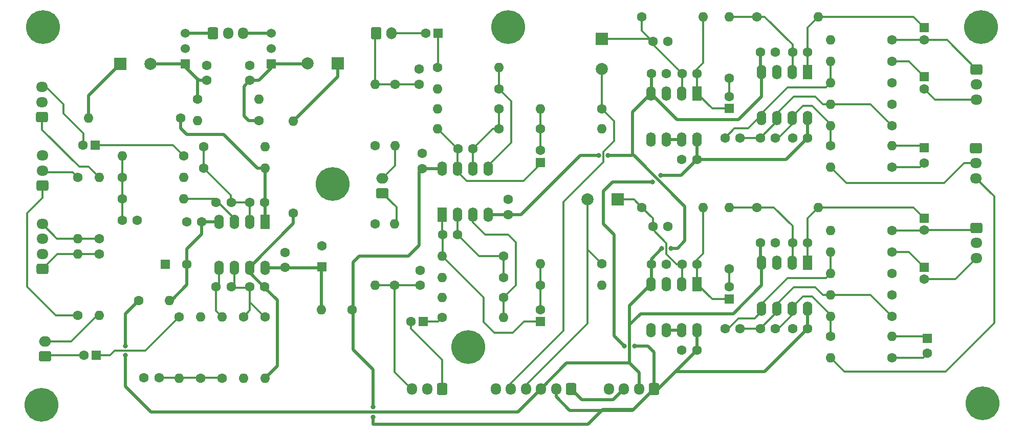
<source format=gbr>
%TF.GenerationSoftware,KiCad,Pcbnew,(6.0.6)*%
%TF.CreationDate,2022-07-24T16:53:50+02:00*%
%TF.ProjectId,emxr,656d7872-2e6b-4696-9361-645f70636258,rev?*%
%TF.SameCoordinates,Original*%
%TF.FileFunction,Copper,L1,Top*%
%TF.FilePolarity,Positive*%
%FSLAX46Y46*%
G04 Gerber Fmt 4.6, Leading zero omitted, Abs format (unit mm)*
G04 Created by KiCad (PCBNEW (6.0.6)) date 2022-07-24 16:53:50*
%MOMM*%
%LPD*%
G01*
G04 APERTURE LIST*
G04 Aperture macros list*
%AMRoundRect*
0 Rectangle with rounded corners*
0 $1 Rounding radius*
0 $2 $3 $4 $5 $6 $7 $8 $9 X,Y pos of 4 corners*
0 Add a 4 corners polygon primitive as box body*
4,1,4,$2,$3,$4,$5,$6,$7,$8,$9,$2,$3,0*
0 Add four circle primitives for the rounded corners*
1,1,$1+$1,$2,$3*
1,1,$1+$1,$4,$5*
1,1,$1+$1,$6,$7*
1,1,$1+$1,$8,$9*
0 Add four rect primitives between the rounded corners*
20,1,$1+$1,$2,$3,$4,$5,0*
20,1,$1+$1,$4,$5,$6,$7,0*
20,1,$1+$1,$6,$7,$8,$9,0*
20,1,$1+$1,$8,$9,$2,$3,0*%
G04 Aperture macros list end*
%TA.AperFunction,ComponentPad*%
%ADD10C,1.600000*%
%TD*%
%TA.AperFunction,ComponentPad*%
%ADD11O,1.600000X1.600000*%
%TD*%
%TA.AperFunction,ComponentPad*%
%ADD12R,1.600000X2.400000*%
%TD*%
%TA.AperFunction,ComponentPad*%
%ADD13O,1.600000X2.400000*%
%TD*%
%TA.AperFunction,ComponentPad*%
%ADD14RoundRect,0.250000X0.725000X-0.600000X0.725000X0.600000X-0.725000X0.600000X-0.725000X-0.600000X0*%
%TD*%
%TA.AperFunction,ComponentPad*%
%ADD15O,1.950000X1.700000*%
%TD*%
%TA.AperFunction,ComponentPad*%
%ADD16R,1.600000X1.600000*%
%TD*%
%TA.AperFunction,ComponentPad*%
%ADD17RoundRect,0.250000X-0.725000X0.600000X-0.725000X-0.600000X0.725000X-0.600000X0.725000X0.600000X0*%
%TD*%
%TA.AperFunction,ComponentPad*%
%ADD18RoundRect,0.250000X0.600000X0.725000X-0.600000X0.725000X-0.600000X-0.725000X0.600000X-0.725000X0*%
%TD*%
%TA.AperFunction,ComponentPad*%
%ADD19O,1.700000X1.950000*%
%TD*%
%TA.AperFunction,ConnectorPad*%
%ADD20C,5.600000*%
%TD*%
%TA.AperFunction,ComponentPad*%
%ADD21C,3.600000*%
%TD*%
%TA.AperFunction,ComponentPad*%
%ADD22R,1.524000X1.524000*%
%TD*%
%TA.AperFunction,ComponentPad*%
%ADD23C,1.524000*%
%TD*%
%TA.AperFunction,ComponentPad*%
%ADD24R,2.000000X2.000000*%
%TD*%
%TA.AperFunction,ComponentPad*%
%ADD25C,2.000000*%
%TD*%
%TA.AperFunction,ComponentPad*%
%ADD26RoundRect,0.250000X-0.600000X-0.750000X0.600000X-0.750000X0.600000X0.750000X-0.600000X0.750000X0*%
%TD*%
%TA.AperFunction,ComponentPad*%
%ADD27O,1.700000X2.000000*%
%TD*%
%TA.AperFunction,ComponentPad*%
%ADD28RoundRect,0.250000X0.750000X-0.600000X0.750000X0.600000X-0.750000X0.600000X-0.750000X-0.600000X0*%
%TD*%
%TA.AperFunction,ComponentPad*%
%ADD29O,2.000000X1.700000*%
%TD*%
%TA.AperFunction,ComponentPad*%
%ADD30RoundRect,0.250000X-0.600000X-0.725000X0.600000X-0.725000X0.600000X0.725000X-0.600000X0.725000X0*%
%TD*%
%TA.AperFunction,ViaPad*%
%ADD31C,0.800000*%
%TD*%
%TA.AperFunction,Conductor*%
%ADD32C,0.300000*%
%TD*%
%TA.AperFunction,Conductor*%
%ADD33C,0.500000*%
%TD*%
G04 APERTURE END LIST*
D10*
%TO.P,R216,1*%
%TO.N,Net-(C207-Pad1)*%
X148580000Y-80274000D03*
D11*
%TO.P,R216,2*%
%TO.N,GND*%
X138420000Y-80274000D03*
%TD*%
D12*
%TO.P,IC201,1*%
%TO.N,Net-(C203-Pad2)*%
X139182000Y-97800000D03*
D13*
%TO.P,IC201,2,-*%
%TO.N,Net-(C203-Pad1)*%
X141722000Y-97800000D03*
%TO.P,IC201,3,+*%
%TO.N,Net-(IC201-Pad3)*%
X144262000Y-97800000D03*
%TO.P,IC201,4,V-*%
%TO.N,-15V*%
X146802000Y-97800000D03*
%TO.P,IC201,5,+*%
%TO.N,Net-(IC201-Pad5)*%
X146802000Y-90180000D03*
%TO.P,IC201,6,-*%
%TO.N,Net-(C207-Pad1)*%
X144262000Y-90180000D03*
%TO.P,IC201,7*%
%TO.N,Net-(C207-Pad2)*%
X141722000Y-90180000D03*
%TO.P,IC201,8,V+*%
%TO.N,+15V*%
X139182000Y-90180000D03*
%TD*%
D10*
%TO.P,R405,1*%
%TO.N,Net-(C411-Pad1)*%
X213604000Y-103943621D03*
D11*
%TO.P,R405,2*%
%TO.N,Net-(C414-Pad1)*%
X203444000Y-103943621D03*
%TD*%
D14*
%TO.P,J105,1,Pin_1*%
%TO.N,Net-(J105-Pad1)*%
X73000000Y-93000000D03*
D15*
%TO.P,J105,2,Pin_2*%
%TO.N,Net-(J105-Pad2)*%
X73000000Y-90500000D03*
%TO.P,J105,3,Pin_3*%
%TO.N,GND*%
X73000000Y-88000000D03*
%TD*%
D16*
%TO.P,C510,1*%
%TO.N,Net-(C506-Pad2)*%
X218938000Y-66812000D03*
D10*
%TO.P,C510,2*%
%TO.N,/Stereo Channel R/POT_FRONT_VOL_L_PRE*%
X218938000Y-68812000D03*
%TD*%
%TO.P,R315,1*%
%TO.N,Net-(C314-Pad2)*%
X108814000Y-82189000D03*
D11*
%TO.P,R315,2*%
%TO.N,GND*%
X98654000Y-82189000D03*
%TD*%
D10*
%TO.P,R401,1*%
%TO.N,Net-(C405-Pad1)*%
X172202000Y-96577621D03*
D11*
%TO.P,R401,2*%
%TO.N,Net-(C405-Pad2)*%
X182362000Y-96577621D03*
%TD*%
D16*
%TO.P,C206,1*%
%TO.N,Net-(C203-Pad2)*%
X155438000Y-115519112D03*
D10*
%TO.P,C206,2*%
%TO.N,Net-(C206-Pad2)*%
X155438000Y-113519112D03*
%TD*%
D17*
%TO.P,J401,1,Pin_1*%
%TO.N,/Stereo Channel L/POT_FRONT_VOL_L_PRE*%
X227564000Y-99969000D03*
D15*
%TO.P,J401,2,Pin_2*%
%TO.N,GND*%
X227564000Y-102469000D03*
%TO.P,J401,3,Pin_3*%
%TO.N,/Stereo Channel L/POT_FRONT_VOL_L_POST*%
X227564000Y-104969000D03*
%TD*%
D10*
%TO.P,C512,1*%
%TO.N,Net-(C505-Pad1)*%
X174000000Y-69098000D03*
%TO.P,C512,2*%
%TO.N,GND*%
X176500000Y-69098000D03*
%TD*%
D16*
%TO.P,C306,1*%
%TO.N,Net-(C306-Pad1)*%
X81725436Y-86250000D03*
D10*
%TO.P,C306,2*%
%TO.N,Net-(C306-Pad2)*%
X79725436Y-86250000D03*
%TD*%
D18*
%TO.P,J103,1,Pin_1*%
%TO.N,PHANTOM_PW*%
X160508000Y-126639000D03*
D19*
%TO.P,J103,2,Pin_2*%
%TO.N,+15V*%
X158008000Y-126639000D03*
%TO.P,J103,3,Pin_3*%
%TO.N,-15V*%
X155508000Y-126639000D03*
%TO.P,J103,4,Pin_4*%
%TO.N,BUS_L*%
X153008000Y-126639000D03*
%TO.P,J103,5,Pin_5*%
%TO.N,BUS_R*%
X150508000Y-126639000D03*
%TO.P,J103,6,Pin_6*%
%TO.N,GND*%
X148008000Y-126639000D03*
%TD*%
D10*
%TO.P,R313,1*%
%TO.N,Net-(C312-Pad2)*%
X114520323Y-97500000D03*
D11*
%TO.P,R313,2*%
%TO.N,Net-(C314-Pad1)*%
X114520323Y-82260000D03*
%TD*%
D10*
%TO.P,C308,1*%
%TO.N,Net-(C308-Pad1)*%
X86228000Y-98699000D03*
%TO.P,C308,2*%
%TO.N,GND*%
X88728000Y-98699000D03*
%TD*%
%TO.P,C404,1*%
%TO.N,-15V*%
X191780000Y-102419621D03*
%TO.P,C404,2*%
%TO.N,GND*%
X194280000Y-102419621D03*
%TD*%
D20*
%TO.P,H107,1,1*%
%TO.N,GND*%
X121020323Y-92750000D03*
D21*
X121020323Y-92750000D03*
%TD*%
D10*
%TO.P,C305,1*%
%TO.N,Net-(C305-Pad1)*%
X107310000Y-95750000D03*
%TO.P,C305,2*%
%TO.N,Net-(C305-Pad2)*%
X109810000Y-95750000D03*
%TD*%
D20*
%TO.P,H101,1,1*%
%TO.N,GND*%
X73092323Y-66750000D03*
D21*
X73092323Y-66750000D03*
%TD*%
D10*
%TO.P,C202,1*%
%TO.N,-15V*%
X150094000Y-97790000D03*
%TO.P,C202,2*%
%TO.N,GND*%
X150094000Y-95290000D03*
%TD*%
D22*
%TO.P,LC302,1,1*%
%TO.N,Net-(C314-Pad2)*%
X110886000Y-72774000D03*
D23*
%TO.P,LC302,2,2*%
%TO.N,GND*%
X110886000Y-70234000D03*
%TO.P,LC302,3,3*%
%TO.N,Net-(J301-Pad3)*%
X110886000Y-67694000D03*
%TD*%
D10*
%TO.P,R201,1*%
%TO.N,Net-(C203-Pad1)*%
X149342000Y-104658000D03*
D11*
%TO.P,R201,2*%
%TO.N,Net-(C203-Pad2)*%
X139182000Y-104658000D03*
%TD*%
D16*
%TO.P,C513,1*%
%TO.N,Net-(C513-Pad1)*%
X218928000Y-86711621D03*
D10*
%TO.P,C513,2*%
%TO.N,Net-(C513-Pad2)*%
X218928000Y-89211621D03*
%TD*%
%TO.P,R510,1*%
%TO.N,GND*%
X213604000Y-79512000D03*
D11*
%TO.P,R510,2*%
%TO.N,Net-(C507-Pad1)*%
X203444000Y-79512000D03*
%TD*%
D10*
%TO.P,R215,1*%
%TO.N,Net-(C210-Pad2)*%
X155428000Y-83586000D03*
D11*
%TO.P,R215,2*%
%TO.N,GND*%
X165588000Y-83586000D03*
%TD*%
D24*
%TO.P,C408,1*%
%TO.N,Net-(C405-Pad1)*%
X168209677Y-95270000D03*
D25*
%TO.P,C408,2*%
%TO.N,BUS_L*%
X163209677Y-95270000D03*
%TD*%
D10*
%TO.P,C301,1*%
%TO.N,GND*%
X113132000Y-104053000D03*
%TO.P,C301,2*%
%TO.N,Net-(C301-Pad2)*%
X113132000Y-106553000D03*
%TD*%
%TO.P,R205,1*%
%TO.N,BUS_L*%
X165588000Y-105938000D03*
D11*
%TO.P,R205,2*%
%TO.N,Net-(C206-Pad2)*%
X155428000Y-105938000D03*
%TD*%
D10*
%TO.P,C309,1*%
%TO.N,Net-(C309-Pad1)*%
X101770323Y-95750000D03*
%TO.P,C309,2*%
%TO.N,Net-(C305-Pad1)*%
X104270323Y-95750000D03*
%TD*%
%TO.P,R402,1*%
%TO.N,Net-(C406-Pad1)*%
X191252000Y-96577621D03*
D11*
%TO.P,R402,2*%
%TO.N,Net-(C406-Pad2)*%
X201412000Y-96577621D03*
%TD*%
D10*
%TO.P,C403,1*%
%TO.N,-15V*%
X173756000Y-105965621D03*
%TO.P,C403,2*%
%TO.N,GND*%
X176256000Y-105965621D03*
%TD*%
D20*
%TO.P,H102,1,1*%
%TO.N,GND*%
X228326000Y-66750000D03*
D21*
X228326000Y-66750000D03*
%TD*%
D20*
%TO.P,H105,1,1*%
%TO.N,GND*%
X150094000Y-66750000D03*
D21*
X150094000Y-66750000D03*
%TD*%
D10*
%TO.P,R301,1*%
%TO.N,Net-(C305-Pad1)*%
X99670000Y-90063000D03*
D11*
%TO.P,R301,2*%
%TO.N,Net-(C305-Pad2)*%
X109830000Y-90063000D03*
%TD*%
D10*
%TO.P,C312,1*%
%TO.N,Net-(C312-Pad1)*%
X107310000Y-109750000D03*
%TO.P,C312,2*%
%TO.N,Net-(C312-Pad2)*%
X109810000Y-109750000D03*
%TD*%
%TO.P,R505,1*%
%TO.N,Net-(C511-Pad1)*%
X213604000Y-72400000D03*
D11*
%TO.P,R505,2*%
%TO.N,Net-(C514-Pad1)*%
X203444000Y-72400000D03*
%TD*%
D16*
%TO.P,C209,1*%
%TO.N,Net-(C209-Pad1)*%
X138480888Y-67750000D03*
D10*
%TO.P,C209,2*%
%TO.N,Net-(C209-Pad2)*%
X136480888Y-67750000D03*
%TD*%
D17*
%TO.P,J104,1,Pin_1*%
%TO.N,GND*%
X227500000Y-86750000D03*
D15*
%TO.P,J104,2,Pin_2*%
%TO.N,SINGAL_R_PRE_GEQ*%
X227500000Y-89250000D03*
%TO.P,J104,3,Pin_3*%
%TO.N,SINGAL_L_PRE_GEQ*%
X227500000Y-91750000D03*
%TD*%
D21*
%TO.P,H103,1,1*%
%TO.N,GND*%
X228580000Y-128996000D03*
D20*
X228580000Y-128996000D03*
%TD*%
D10*
%TO.P,C311,1*%
%TO.N,Net-(C307-Pad2)*%
X100218000Y-75548000D03*
%TO.P,C311,2*%
%TO.N,GND*%
X100218000Y-73048000D03*
%TD*%
D24*
%TO.P,C508,1*%
%TO.N,Net-(C505-Pad1)*%
X165588000Y-68645323D03*
D25*
%TO.P,C508,2*%
%TO.N,BUS_R*%
X165588000Y-73645323D03*
%TD*%
D10*
%TO.P,R409,1*%
%TO.N,GND*%
X213604000Y-107499621D03*
D11*
%TO.P,R409,2*%
%TO.N,Net-(C414-Pad1)*%
X203444000Y-107499621D03*
%TD*%
D10*
%TO.P,C502,1*%
%TO.N,GND*%
X197114000Y-85100000D03*
%TO.P,C502,2*%
%TO.N,+15V*%
X199614000Y-85100000D03*
%TD*%
D18*
%TO.P,J205,1,Pin_1*%
%TO.N,Net-(C205-Pad2)*%
X139172000Y-126639000D03*
D19*
%TO.P,J205,2,Pin_2*%
%TO.N,GND*%
X136672000Y-126639000D03*
%TO.P,J205,3,Pin_3*%
%TO.N,Net-(C204-Pad1)*%
X134172000Y-126639000D03*
%TD*%
D10*
%TO.P,FR302,1*%
%TO.N,-15V*%
X88955323Y-112000000D03*
D11*
%TO.P,FR302,2*%
%TO.N,Net-(C303-Pad1)*%
X94035323Y-112000000D03*
%TD*%
D24*
%TO.P,C314,1*%
%TO.N,Net-(C314-Pad1)*%
X121888000Y-72750000D03*
D25*
%TO.P,C314,2*%
%TO.N,Net-(C314-Pad2)*%
X116888000Y-72750000D03*
%TD*%
D16*
%TO.P,C205,1*%
%TO.N,Net-(C205-Pad1)*%
X136000000Y-115500000D03*
D10*
%TO.P,C205,2*%
%TO.N,Net-(C205-Pad2)*%
X134000000Y-115500000D03*
%TD*%
%TO.P,R203,1*%
%TO.N,GND*%
X128023000Y-99304000D03*
D11*
%TO.P,R203,2*%
%TO.N,Net-(C204-Pad1)*%
X128023000Y-109464000D03*
%TD*%
D10*
%TO.P,R214,1*%
%TO.N,Net-(IC201-Pad5)*%
X148580000Y-76972000D03*
D11*
%TO.P,R214,2*%
%TO.N,GND*%
X138420000Y-76972000D03*
%TD*%
D10*
%TO.P,C514,1*%
%TO.N,Net-(C514-Pad1)*%
X185938000Y-85100000D03*
%TO.P,C514,2*%
%TO.N,Net-(C507-Pad1)*%
X188438000Y-85100000D03*
%TD*%
%TO.P,C414,1*%
%TO.N,Net-(C414-Pad1)*%
X185938000Y-116643621D03*
%TO.P,C414,2*%
%TO.N,Net-(C407-Pad1)*%
X188438000Y-116643621D03*
%TD*%
D26*
%TO.P,J206,1,Pin_1*%
%TO.N,Net-(C208-Pad1)*%
X128270000Y-67694000D03*
D27*
%TO.P,J206,2,Pin_2*%
%TO.N,Net-(C209-Pad2)*%
X130770000Y-67694000D03*
%TD*%
D16*
%TO.P,C411,1*%
%TO.N,Net-(C411-Pad1)*%
X218938000Y-106483621D03*
D10*
%TO.P,C411,2*%
%TO.N,/Stereo Channel L/POT_FRONT_VOL_L_POST*%
X218938000Y-108483621D03*
%TD*%
D16*
%TO.P,C413,1*%
%TO.N,Net-(C413-Pad1)*%
X219446000Y-118255242D03*
D10*
%TO.P,C413,2*%
%TO.N,Net-(C413-Pad2)*%
X219446000Y-120755242D03*
%TD*%
%TO.P,R410,1*%
%TO.N,GND*%
X213604000Y-111055621D03*
D11*
%TO.P,R410,2*%
%TO.N,Net-(C407-Pad1)*%
X203444000Y-111055621D03*
%TD*%
D10*
%TO.P,FR301,1*%
%TO.N,+15V*%
X124270323Y-113500000D03*
D11*
%TO.P,FR301,2*%
%TO.N,Net-(C301-Pad2)*%
X119190323Y-113500000D03*
%TD*%
D10*
%TO.P,R506,1*%
%TO.N,/Stereo Channel R/POT_FRONT_VOL_L_PRE*%
X213604000Y-68844000D03*
D11*
%TO.P,R506,2*%
%TO.N,GND*%
X203444000Y-68844000D03*
%TD*%
D28*
%TO.P,J303,1,Pin_1*%
%TO.N,Net-(C313-Pad2)*%
X73495323Y-121250000D03*
D29*
%TO.P,J303,2,Pin_2*%
%TO.N,Net-(J303-Pad2)*%
X73495323Y-118750000D03*
%TD*%
D10*
%TO.P,R503,1*%
%TO.N,Net-(C507-Pad1)*%
X213604000Y-83068000D03*
D11*
%TO.P,R503,2*%
%TO.N,Net-(C507-Pad2)*%
X203444000Y-83068000D03*
%TD*%
D10*
%TO.P,R102,1*%
%TO.N,Net-(J105-Pad1)*%
X78859000Y-114487000D03*
D11*
%TO.P,R102,2*%
%TO.N,SINGAL_R_POST_GEQ*%
X78859000Y-104327000D03*
%TD*%
D10*
%TO.P,C501,1*%
%TO.N,GND*%
X178816000Y-88646000D03*
%TO.P,C501,2*%
%TO.N,+15V*%
X181316000Y-88646000D03*
%TD*%
%TO.P,R211,1*%
%TO.N,GND*%
X128023000Y-86350000D03*
D11*
%TO.P,R211,2*%
%TO.N,Net-(C208-Pad1)*%
X128023000Y-76190000D03*
%TD*%
D12*
%TO.P,IC301,1*%
%TO.N,Net-(C305-Pad2)*%
X109830000Y-98953000D03*
D13*
%TO.P,IC301,2,-*%
%TO.N,Net-(C305-Pad1)*%
X107290000Y-98953000D03*
%TO.P,IC301,3,+*%
%TO.N,Net-(C309-Pad1)*%
X104750000Y-98953000D03*
%TO.P,IC301,4,V-*%
%TO.N,Net-(C303-Pad1)*%
X102210000Y-98953000D03*
%TO.P,IC301,5,+*%
%TO.N,Net-(C316-Pad1)*%
X102210000Y-106573000D03*
%TO.P,IC301,6,-*%
%TO.N,Net-(C312-Pad1)*%
X104750000Y-106573000D03*
%TO.P,IC301,7*%
%TO.N,Net-(C312-Pad2)*%
X107290000Y-106573000D03*
%TO.P,IC301,8,V+*%
%TO.N,Net-(C301-Pad2)*%
X109830000Y-106573000D03*
%TD*%
D10*
%TO.P,C402,1*%
%TO.N,GND*%
X197114000Y-116643621D03*
%TO.P,C402,2*%
%TO.N,+15V*%
X199614000Y-116643621D03*
%TD*%
%TO.P,R314,1*%
%TO.N,Net-(C315-Pad1)*%
X99162000Y-124861000D03*
D11*
%TO.P,R314,2*%
%TO.N,GND*%
X99162000Y-114701000D03*
%TD*%
D10*
%TO.P,R213,1*%
%TO.N,BUS_R*%
X165588000Y-80284000D03*
D11*
%TO.P,R213,2*%
%TO.N,Net-(C210-Pad2)*%
X155428000Y-80284000D03*
%TD*%
D14*
%TO.P,J302,1,Pin_1*%
%TO.N,Net-(J302-Pad1)*%
X72983000Y-81641000D03*
D15*
%TO.P,J302,2,Pin_2*%
%TO.N,GND*%
X72983000Y-79141000D03*
%TO.P,J302,3,Pin_3*%
%TO.N,Net-(C306-Pad2)*%
X72983000Y-76641000D03*
%TD*%
D10*
%TO.P,R403,1*%
%TO.N,Net-(C407-Pad1)*%
X213604000Y-114611621D03*
D11*
%TO.P,R403,2*%
%TO.N,Net-(C407-Pad2)*%
X203444000Y-114611621D03*
%TD*%
D10*
%TO.P,C207,1*%
%TO.N,Net-(C207-Pad1)*%
X144242000Y-86878000D03*
%TO.P,C207,2*%
%TO.N,Net-(C207-Pad2)*%
X141742000Y-86878000D03*
%TD*%
%TO.P,R507,1*%
%TO.N,Net-(C507-Pad2)*%
X203444000Y-86370000D03*
D11*
%TO.P,R507,2*%
%TO.N,Net-(C513-Pad1)*%
X213604000Y-86370000D03*
%TD*%
D10*
%TO.P,R404,1*%
%TO.N,Net-(C409-Pad2)*%
X186680000Y-106737621D03*
D11*
%TO.P,R404,2*%
%TO.N,Net-(C406-Pad1)*%
X186680000Y-96577621D03*
%TD*%
D10*
%TO.P,C506,1*%
%TO.N,Net-(C506-Pad1)*%
X197134000Y-70876000D03*
%TO.P,C506,2*%
%TO.N,Net-(C506-Pad2)*%
X199634000Y-70876000D03*
%TD*%
%TO.P,R307,1*%
%TO.N,Net-(C307-Pad2)*%
X98654000Y-78633000D03*
D11*
%TO.P,R307,2*%
%TO.N,GND*%
X108814000Y-78633000D03*
%TD*%
D10*
%TO.P,C318,1*%
%TO.N,Net-(C314-Pad2)*%
X107330000Y-75548000D03*
%TO.P,C318,2*%
%TO.N,GND*%
X107330000Y-73048000D03*
%TD*%
%TO.P,R302,1*%
%TO.N,SINGAL_L_POST_GEQ*%
X82398000Y-101747000D03*
D11*
%TO.P,R302,2*%
%TO.N,Net-(J302-Pad1)*%
X82398000Y-91587000D03*
%TD*%
D10*
%TO.P,C503,1*%
%TO.N,-15V*%
X173756000Y-74422000D03*
%TO.P,C503,2*%
%TO.N,GND*%
X176256000Y-74422000D03*
%TD*%
D16*
%TO.P,C313,1*%
%TO.N,Net-(C313-Pad1)*%
X81921436Y-121051000D03*
D10*
%TO.P,C313,2*%
%TO.N,Net-(C313-Pad2)*%
X79921436Y-121051000D03*
%TD*%
D22*
%TO.P,LC301,1,1*%
%TO.N,Net-(C307-Pad2)*%
X96662000Y-72774000D03*
D23*
%TO.P,LC301,2,2*%
%TO.N,GND*%
X96662000Y-70234000D03*
%TO.P,LC301,3,3*%
%TO.N,Net-(J301-Pad1)*%
X96662000Y-67694000D03*
%TD*%
D10*
%TO.P,C405,1*%
%TO.N,Net-(C405-Pad1)*%
X178856000Y-105965621D03*
%TO.P,C405,2*%
%TO.N,Net-(C405-Pad2)*%
X181356000Y-105965621D03*
%TD*%
D17*
%TO.P,J501,1,Pin_1*%
%TO.N,/Stereo Channel R/POT_FRONT_VOL_L_PRE*%
X227581000Y-73710000D03*
D15*
%TO.P,J501,2,Pin_2*%
%TO.N,GND*%
X227581000Y-76210000D03*
%TO.P,J501,3,Pin_3*%
%TO.N,/Stereo Channel R/POT_FRONT_VOL_L_POST*%
X227581000Y-78710000D03*
%TD*%
D12*
%TO.P,IC502,1*%
%TO.N,Net-(C506-Pad2)*%
X199624000Y-74188000D03*
D13*
%TO.P,IC502,2,-*%
%TO.N,Net-(C506-Pad1)*%
X197084000Y-74188000D03*
%TO.P,IC502,3,+*%
%TO.N,GND*%
X194544000Y-74188000D03*
%TO.P,IC502,4,V-*%
%TO.N,-15V*%
X192004000Y-74188000D03*
%TO.P,IC502,5,+*%
%TO.N,Net-(C514-Pad1)*%
X192004000Y-81808000D03*
%TO.P,IC502,6,-*%
%TO.N,Net-(C507-Pad1)*%
X194544000Y-81808000D03*
%TO.P,IC502,7*%
%TO.N,Net-(C507-Pad2)*%
X197084000Y-81808000D03*
%TO.P,IC502,8,V+*%
%TO.N,+15V*%
X199624000Y-81808000D03*
%TD*%
D10*
%TO.P,R207,1*%
%TO.N,Net-(C203-Pad1)*%
X149342000Y-108214000D03*
D11*
%TO.P,R207,2*%
%TO.N,GND*%
X139182000Y-108214000D03*
%TD*%
D10*
%TO.P,C204,1*%
%TO.N,Net-(C204-Pad1)*%
X135500000Y-109500000D03*
%TO.P,C204,2*%
%TO.N,GND*%
X135500000Y-107000000D03*
%TD*%
%TO.P,C401,1*%
%TO.N,GND*%
X178816000Y-120189621D03*
%TO.P,C401,2*%
%TO.N,+15V*%
X181316000Y-120189621D03*
%TD*%
D16*
%TO.P,C304,1*%
%TO.N,GND*%
X93367672Y-106000000D03*
D10*
%TO.P,C304,2*%
%TO.N,Net-(C303-Pad1)*%
X96867672Y-106000000D03*
%TD*%
D16*
%TO.P,C511,1*%
%TO.N,Net-(C511-Pad1)*%
X218938000Y-74940000D03*
D10*
%TO.P,C511,2*%
%TO.N,/Stereo Channel R/POT_FRONT_VOL_L_POST*%
X218938000Y-76940000D03*
%TD*%
%TO.P,R308,1*%
%TO.N,Net-(C305-Pad1)*%
X99670000Y-86507000D03*
D11*
%TO.P,R308,2*%
%TO.N,GND*%
X109830000Y-86507000D03*
%TD*%
D24*
%TO.P,C307,1*%
%TO.N,Net-(C307-Pad1)*%
X85872323Y-72791000D03*
D25*
%TO.P,C307,2*%
%TO.N,Net-(C307-Pad2)*%
X90872323Y-72791000D03*
%TD*%
D10*
%TO.P,R509,1*%
%TO.N,GND*%
X213604000Y-75956000D03*
D11*
%TO.P,R509,2*%
%TO.N,Net-(C514-Pad1)*%
X203444000Y-75956000D03*
%TD*%
D21*
%TO.P,H104,1,1*%
%TO.N,GND*%
X72838323Y-129250000D03*
D20*
X72838323Y-129250000D03*
%TD*%
D10*
%TO.P,R206,1*%
%TO.N,Net-(C206-Pad2)*%
X155428000Y-109480000D03*
D11*
%TO.P,R206,2*%
%TO.N,GND*%
X165588000Y-109480000D03*
%TD*%
D10*
%TO.P,C203,1*%
%TO.N,Net-(C203-Pad1)*%
X141702000Y-101102000D03*
%TO.P,C203,2*%
%TO.N,Net-(C203-Pad2)*%
X139202000Y-101102000D03*
%TD*%
D14*
%TO.P,J108,1,Pin_1*%
%TO.N,SINGAL_R_POST_GEQ*%
X73000000Y-106807000D03*
D15*
%TO.P,J108,2,Pin_2*%
%TO.N,GND*%
X73000000Y-104307000D03*
%TO.P,J108,3,Pin_3*%
X73000000Y-101807000D03*
%TO.P,J108,4,Pin_4*%
%TO.N,SINGAL_L_POST_GEQ*%
X73000000Y-99307000D03*
%TD*%
D10*
%TO.P,C208,1*%
%TO.N,Net-(C208-Pad1)*%
X135372000Y-76190000D03*
%TO.P,C208,2*%
%TO.N,GND*%
X135372000Y-73690000D03*
%TD*%
%TO.P,R202,1*%
%TO.N,Net-(C204-Pad1)*%
X131308000Y-109464000D03*
D11*
%TO.P,R202,2*%
%TO.N,SELECTED_L*%
X131308000Y-99304000D03*
%TD*%
D10*
%TO.P,R303,1*%
%TO.N,Net-(C306-Pad1)*%
X96368000Y-88031000D03*
D11*
%TO.P,R303,2*%
%TO.N,Net-(C308-Pad1)*%
X86208000Y-88031000D03*
%TD*%
D10*
%TO.P,R210,1*%
%TO.N,Net-(C208-Pad1)*%
X131325000Y-76190000D03*
D11*
%TO.P,R210,2*%
%TO.N,SELECTED_R*%
X131325000Y-86350000D03*
%TD*%
D10*
%TO.P,R311,1*%
%TO.N,Net-(C313-Pad1)*%
X95606000Y-114701000D03*
D11*
%TO.P,R311,2*%
%TO.N,Net-(C315-Pad1)*%
X95606000Y-124861000D03*
%TD*%
D12*
%TO.P,IC501,1*%
%TO.N,Net-(C505-Pad2)*%
X181346000Y-77734000D03*
D13*
%TO.P,IC501,2,-*%
%TO.N,Net-(C505-Pad1)*%
X178806000Y-77734000D03*
%TO.P,IC501,3,+*%
%TO.N,GND*%
X176266000Y-77734000D03*
%TO.P,IC501,4,V-*%
%TO.N,-15V*%
X173726000Y-77734000D03*
%TO.P,IC501,5,+*%
%TO.N,GND*%
X173726000Y-85354000D03*
%TO.P,IC501,6,-*%
%TO.N,Net-(IC501-Pad6)*%
X176266000Y-85354000D03*
%TO.P,IC501,7*%
X178806000Y-85354000D03*
%TO.P,IC501,8,V+*%
%TO.N,+15V*%
X181346000Y-85354000D03*
%TD*%
D28*
%TO.P,J208,1,Pin_1*%
%TO.N,SELECTED_L*%
X129276000Y-94244000D03*
D29*
%TO.P,J208,2,Pin_2*%
%TO.N,SELECTED_R*%
X129276000Y-91744000D03*
%TD*%
D10*
%TO.P,R407,1*%
%TO.N,Net-(C407-Pad2)*%
X203444000Y-117913621D03*
D11*
%TO.P,R407,2*%
%TO.N,Net-(C413-Pad1)*%
X213604000Y-117913621D03*
%TD*%
D10*
%TO.P,C315,1*%
%TO.N,Net-(C315-Pad1)*%
X92304000Y-124841000D03*
%TO.P,C315,2*%
%TO.N,GND*%
X89804000Y-124841000D03*
%TD*%
%TO.P,R310,1*%
%TO.N,SINGAL_R_POST_GEQ*%
X82398000Y-104287000D03*
D11*
%TO.P,R310,2*%
%TO.N,Net-(J303-Pad2)*%
X82398000Y-114447000D03*
%TD*%
D30*
%TO.P,J301,1,Pin_1*%
%TO.N,Net-(J301-Pad1)*%
X101234000Y-67694000D03*
D19*
%TO.P,J301,2,Pin_2*%
%TO.N,GND*%
X103734000Y-67694000D03*
%TO.P,J301,3,Pin_3*%
%TO.N,Net-(J301-Pad3)*%
X106234000Y-67694000D03*
%TD*%
D10*
%TO.P,C505,1*%
%TO.N,Net-(C505-Pad1)*%
X178856000Y-74422000D03*
%TO.P,C505,2*%
%TO.N,Net-(C505-Pad2)*%
X181356000Y-74422000D03*
%TD*%
%TO.P,R316,1*%
%TO.N,Net-(C312-Pad1)*%
X106274000Y-114701000D03*
D11*
%TO.P,R316,2*%
%TO.N,GND*%
X106274000Y-124861000D03*
%TD*%
D10*
%TO.P,R309,1*%
%TO.N,Net-(C312-Pad1)*%
X109830000Y-114701000D03*
D11*
%TO.P,R309,2*%
%TO.N,Net-(C312-Pad2)*%
X109830000Y-124861000D03*
%TD*%
D10*
%TO.P,R208,1*%
%TO.N,Net-(IC201-Pad3)*%
X149342000Y-111516000D03*
D11*
%TO.P,R208,2*%
%TO.N,GND*%
X139182000Y-111516000D03*
%TD*%
D16*
%TO.P,C509,1*%
%TO.N,Net-(C505-Pad2)*%
X186680000Y-80213113D03*
D10*
%TO.P,C509,2*%
%TO.N,Net-(C509-Pad2)*%
X186680000Y-78213113D03*
%TD*%
%TO.P,C201,1*%
%TO.N,GND*%
X135890000Y-87650000D03*
%TO.P,C201,2*%
%TO.N,+15V*%
X135890000Y-90150000D03*
%TD*%
%TO.P,R304,1*%
%TO.N,Net-(C308-Pad1)*%
X86208000Y-95143000D03*
D11*
%TO.P,R304,2*%
%TO.N,Net-(C309-Pad1)*%
X96368000Y-95143000D03*
%TD*%
D10*
%TO.P,R305,1*%
%TO.N,Net-(C305-Pad2)*%
X95860000Y-81750000D03*
D11*
%TO.P,R305,2*%
%TO.N,Net-(C307-Pad1)*%
X80620000Y-81750000D03*
%TD*%
D10*
%TO.P,C407,1*%
%TO.N,Net-(C407-Pad1)*%
X191780000Y-116643621D03*
%TO.P,C407,2*%
%TO.N,Net-(C407-Pad2)*%
X194280000Y-116643621D03*
%TD*%
%TO.P,C507,1*%
%TO.N,Net-(C507-Pad1)*%
X191780000Y-85100000D03*
%TO.P,C507,2*%
%TO.N,Net-(C507-Pad2)*%
X194280000Y-85100000D03*
%TD*%
%TO.P,C504,1*%
%TO.N,-15V*%
X191780000Y-70876000D03*
%TO.P,C504,2*%
%TO.N,GND*%
X194280000Y-70876000D03*
%TD*%
%TO.P,R312,1*%
%TO.N,Net-(C315-Pad1)*%
X102718000Y-124861000D03*
D11*
%TO.P,R312,2*%
%TO.N,Net-(C316-Pad1)*%
X102718000Y-114701000D03*
%TD*%
D10*
%TO.P,R508,1*%
%TO.N,Net-(C513-Pad2)*%
X213604000Y-89926000D03*
D11*
%TO.P,R508,2*%
%TO.N,SINGAL_R_PRE_GEQ*%
X203444000Y-89926000D03*
%TD*%
D10*
%TO.P,C412,1*%
%TO.N,Net-(C405-Pad1)*%
X174000000Y-99750000D03*
%TO.P,C412,2*%
%TO.N,GND*%
X176500000Y-99750000D03*
%TD*%
D12*
%TO.P,IC401,1*%
%TO.N,Net-(C405-Pad2)*%
X181346000Y-109277621D03*
D13*
%TO.P,IC401,2,-*%
%TO.N,Net-(C405-Pad1)*%
X178806000Y-109277621D03*
%TO.P,IC401,3,+*%
%TO.N,GND*%
X176266000Y-109277621D03*
%TO.P,IC401,4,V-*%
%TO.N,-15V*%
X173726000Y-109277621D03*
%TO.P,IC401,5,+*%
%TO.N,GND*%
X173726000Y-116897621D03*
%TO.P,IC401,6,-*%
%TO.N,Net-(IC401-Pad6)*%
X176266000Y-116897621D03*
%TO.P,IC401,7*%
X178806000Y-116897621D03*
%TO.P,IC401,8,V+*%
%TO.N,+15V*%
X181346000Y-116897621D03*
%TD*%
D10*
%TO.P,C316,1*%
%TO.N,Net-(C316-Pad1)*%
X101770323Y-109750000D03*
%TO.P,C316,2*%
%TO.N,Net-(C312-Pad1)*%
X104270323Y-109750000D03*
%TD*%
D16*
%TO.P,C410,1*%
%TO.N,Net-(C406-Pad2)*%
X218938000Y-98355621D03*
D10*
%TO.P,C410,2*%
%TO.N,/Stereo Channel L/POT_FRONT_VOL_L_PRE*%
X218938000Y-100355621D03*
%TD*%
%TO.P,R501,1*%
%TO.N,Net-(C505-Pad1)*%
X172202000Y-65034000D03*
D11*
%TO.P,R501,2*%
%TO.N,Net-(C505-Pad2)*%
X182362000Y-65034000D03*
%TD*%
D10*
%TO.P,R204,1*%
%TO.N,Net-(C205-Pad1)*%
X139182000Y-114818000D03*
D11*
%TO.P,R204,2*%
%TO.N,Net-(IC201-Pad3)*%
X149342000Y-114818000D03*
%TD*%
D16*
%TO.P,C210,1*%
%TO.N,Net-(C207-Pad2)*%
X155438000Y-89164000D03*
D10*
%TO.P,C210,2*%
%TO.N,Net-(C210-Pad2)*%
X155438000Y-87164000D03*
%TD*%
D12*
%TO.P,IC402,1*%
%TO.N,Net-(C406-Pad2)*%
X199624000Y-105731621D03*
D13*
%TO.P,IC402,2,-*%
%TO.N,Net-(C406-Pad1)*%
X197084000Y-105731621D03*
%TO.P,IC402,3,+*%
%TO.N,GND*%
X194544000Y-105731621D03*
%TO.P,IC402,4,V-*%
%TO.N,-15V*%
X192004000Y-105731621D03*
%TO.P,IC402,5,+*%
%TO.N,Net-(C414-Pad1)*%
X192004000Y-113351621D03*
%TO.P,IC402,6,-*%
%TO.N,Net-(C407-Pad1)*%
X194544000Y-113351621D03*
%TO.P,IC402,7*%
%TO.N,Net-(C407-Pad2)*%
X197084000Y-113351621D03*
%TO.P,IC402,8,V+*%
%TO.N,+15V*%
X199624000Y-113351621D03*
%TD*%
D10*
%TO.P,R406,1*%
%TO.N,/Stereo Channel L/POT_FRONT_VOL_L_PRE*%
X213604000Y-100387621D03*
D11*
%TO.P,R406,2*%
%TO.N,GND*%
X203444000Y-100387621D03*
%TD*%
D18*
%TO.P,J101,1,Pin_1*%
%TO.N,+15V*%
X174224000Y-126639000D03*
D19*
%TO.P,J101,2,Pin_2*%
%TO.N,-15V*%
X171724000Y-126639000D03*
%TO.P,J101,3,Pin_3*%
%TO.N,PHANTOM_PW*%
X169224000Y-126639000D03*
%TO.P,J101,4,Pin_4*%
%TO.N,GND*%
X166724000Y-126639000D03*
%TD*%
D10*
%TO.P,R502,1*%
%TO.N,Net-(C506-Pad1)*%
X191252000Y-65034000D03*
D11*
%TO.P,R502,2*%
%TO.N,Net-(C506-Pad2)*%
X201412000Y-65034000D03*
%TD*%
D10*
%TO.P,R101,1*%
%TO.N,Net-(J105-Pad2)*%
X78842000Y-91587000D03*
D11*
%TO.P,R101,2*%
%TO.N,SINGAL_L_POST_GEQ*%
X78842000Y-101747000D03*
%TD*%
D10*
%TO.P,R408,1*%
%TO.N,Net-(C413-Pad2)*%
X213604000Y-121469621D03*
D11*
%TO.P,R408,2*%
%TO.N,SINGAL_L_PRE_GEQ*%
X203444000Y-121469621D03*
%TD*%
D10*
%TO.P,R209,1*%
%TO.N,Net-(C207-Pad1)*%
X148580000Y-83576000D03*
D11*
%TO.P,R209,2*%
%TO.N,Net-(C207-Pad2)*%
X138420000Y-83576000D03*
%TD*%
D10*
%TO.P,R212,1*%
%TO.N,Net-(C209-Pad1)*%
X138420000Y-73416000D03*
D11*
%TO.P,R212,2*%
%TO.N,Net-(IC201-Pad5)*%
X148580000Y-73416000D03*
%TD*%
D10*
%TO.P,R504,1*%
%TO.N,Net-(C509-Pad2)*%
X186680000Y-75194000D03*
D11*
%TO.P,R504,2*%
%TO.N,Net-(C506-Pad1)*%
X186680000Y-65034000D03*
%TD*%
D10*
%TO.P,C406,1*%
%TO.N,Net-(C406-Pad1)*%
X197134000Y-102419621D03*
%TO.P,C406,2*%
%TO.N,Net-(C406-Pad2)*%
X199634000Y-102419621D03*
%TD*%
D20*
%TO.P,H106,1,1*%
%TO.N,GND*%
X143500000Y-119750000D03*
D21*
X143500000Y-119750000D03*
%TD*%
D16*
%TO.P,C409,1*%
%TO.N,Net-(C405-Pad2)*%
X186680000Y-111756734D03*
D10*
%TO.P,C409,2*%
%TO.N,Net-(C409-Pad2)*%
X186680000Y-109756734D03*
%TD*%
%TO.P,C303,1*%
%TO.N,Net-(C303-Pad1)*%
X99396000Y-98953000D03*
%TO.P,C303,2*%
%TO.N,GND*%
X96896000Y-98953000D03*
%TD*%
%TO.P,R306,1*%
%TO.N,Net-(C308-Pad1)*%
X86208000Y-91587000D03*
D11*
%TO.P,R306,2*%
%TO.N,GND*%
X96368000Y-91587000D03*
%TD*%
D16*
%TO.P,C302,1*%
%TO.N,Net-(C301-Pad2)*%
X119228000Y-106447651D03*
D10*
%TO.P,C302,2*%
%TO.N,GND*%
X119228000Y-102947651D03*
%TD*%
D31*
%TO.N,-15V*%
X86770323Y-119527000D03*
X166591500Y-88000000D03*
X175506500Y-103403788D03*
X165092500Y-88000000D03*
X86770323Y-121038500D03*
X177005500Y-103359833D03*
%TO.N,+15V*%
X175332688Y-91240312D03*
X127742000Y-131298500D03*
X127742000Y-129599500D03*
X173970000Y-92349000D03*
X171026500Y-119527000D03*
X169327500Y-119527000D03*
%TD*%
D32*
%TO.N,Net-(C204-Pad1)*%
X134172000Y-126639000D02*
X134092000Y-126639000D01*
X134092000Y-126639000D02*
X131308000Y-123855000D01*
X131308000Y-123855000D02*
X131308000Y-109464000D01*
D33*
%TO.N,+15V*%
X173970000Y-92349000D02*
X167366000Y-92349000D01*
X167366000Y-92349000D02*
X165842000Y-93873000D01*
X165842000Y-99342000D02*
X167620000Y-101120000D01*
X167620000Y-101120000D02*
X167620000Y-117819500D01*
X165842000Y-93873000D02*
X165842000Y-99342000D01*
X167620000Y-117819500D02*
X169327500Y-119527000D01*
D32*
%TO.N,SINGAL_R_PRE_GEQ*%
X203444000Y-89933621D02*
X203444000Y-89926000D01*
X222240000Y-92513621D02*
X225503621Y-89250000D01*
X225503621Y-89250000D02*
X227500000Y-89250000D01*
X222240000Y-92513621D02*
X206024000Y-92513621D01*
X206024000Y-92513621D02*
X203444000Y-89933621D01*
%TO.N,SINGAL_R_POST_GEQ*%
X78859000Y-104327000D02*
X82358000Y-104327000D01*
X75480000Y-104327000D02*
X78859000Y-104327000D01*
X82358000Y-104327000D02*
X82398000Y-104287000D01*
X73000000Y-106807000D02*
X75480000Y-104327000D01*
%TO.N,SINGAL_L_PRE_GEQ*%
X203444000Y-121469621D02*
X205730000Y-123755621D01*
X205730000Y-123755621D02*
X222493379Y-123755621D01*
X230500000Y-94750000D02*
X230500000Y-115749000D01*
X227500000Y-91750000D02*
X230500000Y-94750000D01*
X222493379Y-123755621D02*
X230500000Y-115749000D01*
%TO.N,SINGAL_L_POST_GEQ*%
X75440000Y-101747000D02*
X78842000Y-101747000D01*
X78842000Y-101747000D02*
X82398000Y-101747000D01*
X73000000Y-99307000D02*
X75440000Y-101747000D01*
%TO.N,SELECTED_R*%
X131325000Y-89695000D02*
X129276000Y-91744000D01*
X131325000Y-86350000D02*
X131325000Y-89695000D01*
%TO.N,SELECTED_L*%
X131579000Y-99304000D02*
X131579000Y-96547000D01*
X131579000Y-96547000D02*
X129276000Y-94244000D01*
D33*
%TO.N,PHANTOM_PW*%
X167446000Y-128417000D02*
X169224000Y-126639000D01*
X160508000Y-126639000D02*
X162286000Y-128417000D01*
X162286000Y-128417000D02*
X167446000Y-128417000D01*
D32*
%TO.N,Net-(J303-Pad2)*%
X82110500Y-114447000D02*
X77807500Y-118750000D01*
X82398000Y-114447000D02*
X82110500Y-114447000D01*
X77807500Y-118750000D02*
X73495323Y-118750000D01*
%TO.N,Net-(J302-Pad1)*%
X79096000Y-89809000D02*
X72983000Y-83696000D01*
X72983000Y-83696000D02*
X72983000Y-81641000D01*
X80620000Y-89809000D02*
X79096000Y-89809000D01*
X82398000Y-91587000D02*
X80620000Y-89809000D01*
D33*
%TO.N,Net-(J301-Pad3)*%
X106234000Y-67694000D02*
X110886000Y-67694000D01*
%TO.N,Net-(J301-Pad1)*%
X96662000Y-67694000D02*
X101234000Y-67694000D01*
D32*
%TO.N,Net-(J105-Pad2)*%
X78005000Y-90750000D02*
X78842000Y-91587000D01*
X73000000Y-90357000D02*
X73393000Y-90750000D01*
X73393000Y-90750000D02*
X78005000Y-90750000D01*
%TO.N,Net-(J105-Pad1)*%
X70520323Y-109750000D02*
X75257323Y-114487000D01*
X70520323Y-97500000D02*
X70520323Y-109750000D01*
X73000000Y-95020323D02*
X70520323Y-97500000D01*
X73000000Y-92857000D02*
X73000000Y-95020323D01*
X75257323Y-114487000D02*
X78859000Y-114487000D01*
D33*
%TO.N,Net-(IC501-Pad6)*%
X176266000Y-85354000D02*
X178806000Y-85354000D01*
%TO.N,Net-(IC401-Pad6)*%
X176266000Y-116897621D02*
X178806000Y-116897621D01*
D32*
%TO.N,Net-(IC201-Pad5)*%
X150612000Y-85862000D02*
X146802000Y-89672000D01*
X146802000Y-89672000D02*
X146802000Y-90180000D01*
X150612000Y-79004000D02*
X150612000Y-85862000D01*
X148580000Y-73416000D02*
X148580000Y-76972000D01*
X148580000Y-76972000D02*
X150612000Y-79004000D01*
%TO.N,Net-(IC201-Pad3)*%
X151374000Y-102372000D02*
X150104000Y-101102000D01*
X144262000Y-99070000D02*
X144262000Y-97800000D01*
X149342000Y-114818000D02*
X149342000Y-111516000D01*
X151374000Y-109484000D02*
X151374000Y-102372000D01*
X150104000Y-101102000D02*
X146294000Y-101102000D01*
X149342000Y-111516000D02*
X151374000Y-109484000D01*
X146294000Y-101102000D02*
X144262000Y-99070000D01*
%TO.N,Net-(C514-Pad1)*%
X189804000Y-83500000D02*
X191496000Y-81808000D01*
X192004000Y-81046000D02*
X196332000Y-76718000D01*
X187538000Y-83500000D02*
X189804000Y-83500000D01*
X191496000Y-81808000D02*
X192004000Y-81808000D01*
X185938000Y-85100000D02*
X187538000Y-83500000D01*
X202682000Y-76718000D02*
X203444000Y-75956000D01*
X203444000Y-72400000D02*
X203444000Y-75956000D01*
X196332000Y-76718000D02*
X202682000Y-76718000D01*
%TO.N,Net-(C513-Pad2)*%
X218213621Y-89926000D02*
X218928000Y-89211621D01*
X213604000Y-89926000D02*
X218213621Y-89926000D01*
%TO.N,Net-(C513-Pad1)*%
X218586379Y-86370000D02*
X218928000Y-86711621D01*
X213604000Y-86370000D02*
X218586379Y-86370000D01*
%TO.N,Net-(C511-Pad1)*%
X213604000Y-72400000D02*
X216398000Y-72400000D01*
X216398000Y-72400000D02*
X218938000Y-74940000D01*
%TO.N,Net-(C509-Pad2)*%
X186680000Y-78213113D02*
X186680000Y-75194000D01*
%TO.N,Net-(C507-Pad2)*%
X203444000Y-82814000D02*
X203444000Y-83068000D01*
X200396000Y-79766000D02*
X203444000Y-82814000D01*
X203444000Y-83068000D02*
X203444000Y-86370000D01*
X194280000Y-85100000D02*
X194808000Y-85100000D01*
X197084000Y-82824000D02*
X197084000Y-81808000D01*
X197084000Y-81554000D02*
X198872000Y-79766000D01*
X198872000Y-79766000D02*
X200396000Y-79766000D01*
X194808000Y-85100000D02*
X197084000Y-82824000D01*
%TO.N,Net-(C507-Pad1)*%
X200904000Y-78242000D02*
X202174000Y-79512000D01*
X210048000Y-79512000D02*
X213604000Y-83068000D01*
X194544000Y-82336000D02*
X194544000Y-81808000D01*
X203444000Y-79512000D02*
X210048000Y-79512000D01*
X194544000Y-81046000D02*
X197348000Y-78242000D01*
X191780000Y-85100000D02*
X194544000Y-82336000D01*
X188438000Y-85100000D02*
X191780000Y-85100000D01*
X202174000Y-79512000D02*
X203444000Y-79512000D01*
X197348000Y-78242000D02*
X200904000Y-78242000D01*
%TO.N,Net-(C506-Pad2)*%
X217160000Y-65034000D02*
X218938000Y-66812000D01*
X199624000Y-74188000D02*
X199624000Y-70886000D01*
X199624000Y-70886000D02*
X199634000Y-70876000D01*
X199634000Y-70876000D02*
X199634000Y-66812000D01*
X199634000Y-66812000D02*
X201412000Y-65034000D01*
X201412000Y-65034000D02*
X217160000Y-65034000D01*
%TO.N,Net-(C506-Pad1)*%
X197134000Y-70876000D02*
X197134000Y-74138000D01*
X191252000Y-65034000D02*
X192534000Y-65034000D01*
X192534000Y-65034000D02*
X197134000Y-69634000D01*
X186680000Y-65034000D02*
X191252000Y-65034000D01*
X197134000Y-69634000D02*
X197134000Y-70876000D01*
X197134000Y-74138000D02*
X197084000Y-74188000D01*
%TO.N,Net-(C505-Pad2)*%
X181356000Y-74422000D02*
X181356000Y-77724000D01*
X181356000Y-77724000D02*
X181346000Y-77734000D01*
X181356000Y-73660000D02*
X181356000Y-74422000D01*
X182362000Y-72654000D02*
X181356000Y-73660000D01*
X182362000Y-65034000D02*
X182362000Y-72654000D01*
X183825113Y-80213113D02*
X186680000Y-80213113D01*
X181346000Y-77734000D02*
X183825113Y-80213113D01*
%TO.N,Net-(C505-Pad1)*%
X174000000Y-69098000D02*
X174000000Y-69566000D01*
X178856000Y-77684000D02*
X178806000Y-77734000D01*
X172202000Y-65034000D02*
X172202000Y-67300000D01*
X178856000Y-74422000D02*
X178856000Y-77684000D01*
X172202000Y-67300000D02*
X173547323Y-68645323D01*
X173547323Y-68645323D02*
X165588000Y-68645323D01*
X174000000Y-69566000D02*
X178856000Y-74422000D01*
%TO.N,Net-(C414-Pad1)*%
X188194000Y-114955000D02*
X190861000Y-114955000D01*
X190861000Y-114955000D02*
X192004000Y-113812000D01*
X192004000Y-113812000D02*
X192004000Y-113351621D01*
X196332000Y-108261621D02*
X202682000Y-108261621D01*
X203444000Y-103943621D02*
X203444000Y-107499621D01*
X192004000Y-112589621D02*
X196332000Y-108261621D01*
X185938000Y-116643621D02*
X186505379Y-116643621D01*
X186505379Y-116643621D02*
X188194000Y-114955000D01*
X202682000Y-108261621D02*
X203444000Y-107499621D01*
%TO.N,Net-(C413-Pad2)*%
X218731621Y-121469621D02*
X219446000Y-120755242D01*
X213604000Y-121469621D02*
X218731621Y-121469621D01*
%TO.N,Net-(C413-Pad1)*%
X219104379Y-117913621D02*
X219446000Y-118255242D01*
X213604000Y-117913621D02*
X219104379Y-117913621D01*
%TO.N,Net-(C411-Pad1)*%
X216398000Y-103943621D02*
X218938000Y-106483621D01*
X213604000Y-103943621D02*
X216398000Y-103943621D01*
%TO.N,Net-(C409-Pad2)*%
X186680000Y-109756734D02*
X186680000Y-106737621D01*
%TO.N,Net-(C407-Pad2)*%
X203444000Y-114357621D02*
X203444000Y-114611621D01*
X194280000Y-116643621D02*
X194808000Y-116643621D01*
X197084000Y-114367621D02*
X197084000Y-113351621D01*
X203444000Y-114611621D02*
X203444000Y-117913621D01*
X198872000Y-111309621D02*
X200396000Y-111309621D01*
X194808000Y-116643621D02*
X197084000Y-114367621D01*
X197084000Y-113097621D02*
X198872000Y-111309621D01*
X200396000Y-111309621D02*
X203444000Y-114357621D01*
%TO.N,Net-(C407-Pad1)*%
X188438000Y-116643621D02*
X191780000Y-116643621D01*
X191780000Y-116643621D02*
X194544000Y-113879621D01*
X203444000Y-111055621D02*
X210048000Y-111055621D01*
X202174000Y-111055621D02*
X203444000Y-111055621D01*
X194544000Y-113879621D02*
X194544000Y-113351621D01*
X197348000Y-109785621D02*
X200904000Y-109785621D01*
X194544000Y-112589621D02*
X197348000Y-109785621D01*
X210048000Y-111055621D02*
X213604000Y-114611621D01*
X200904000Y-109785621D02*
X202174000Y-111055621D01*
%TO.N,Net-(C406-Pad2)*%
X201412000Y-96577621D02*
X217160000Y-96577621D01*
X199624000Y-102429621D02*
X199634000Y-102419621D01*
X199634000Y-102419621D02*
X199634000Y-98355621D01*
X217160000Y-96577621D02*
X218938000Y-98355621D01*
X199634000Y-98355621D02*
X201412000Y-96577621D01*
X199624000Y-105731621D02*
X199624000Y-102429621D01*
%TO.N,Net-(C406-Pad1)*%
X194046000Y-96577621D02*
X197134000Y-99665621D01*
X191252000Y-96577621D02*
X194046000Y-96577621D01*
X197134000Y-105681621D02*
X197084000Y-105731621D01*
X197134000Y-99665621D02*
X197134000Y-102419621D01*
X186680000Y-96577621D02*
X191252000Y-96577621D01*
X197134000Y-102419621D02*
X197134000Y-105681621D01*
%TO.N,Net-(C405-Pad2)*%
X181356000Y-105965621D02*
X181356000Y-109267621D01*
X181356000Y-105203621D02*
X181356000Y-105965621D01*
X182362000Y-96577621D02*
X182362000Y-104197621D01*
X183825113Y-111756734D02*
X186680000Y-111756734D01*
X181356000Y-109267621D02*
X181346000Y-109277621D01*
X181346000Y-109277621D02*
X183825113Y-111756734D01*
X182362000Y-104197621D02*
X181356000Y-105203621D01*
%TO.N,Net-(C405-Pad1)*%
X172202000Y-96577621D02*
X174000000Y-98375621D01*
X178856000Y-105965621D02*
X178856000Y-109227621D01*
X176256000Y-102509000D02*
X176256000Y-104287000D01*
X174000000Y-100253000D02*
X176256000Y-102509000D01*
X177934621Y-105965621D02*
X178856000Y-105965621D01*
X174000000Y-98375621D02*
X174000000Y-100253000D01*
X168209677Y-95270000D02*
X170894379Y-95270000D01*
X178856000Y-109227621D02*
X178806000Y-109277621D01*
X170894379Y-95270000D02*
X172202000Y-96577621D01*
X176256000Y-104287000D02*
X177934621Y-105965621D01*
%TO.N,Net-(C316-Pad1)*%
X101722000Y-109798323D02*
X101722000Y-113705000D01*
X102210000Y-109310323D02*
X101722000Y-109798323D01*
X101722000Y-113705000D02*
X102718000Y-114701000D01*
X102210000Y-106573000D02*
X102210000Y-109310323D01*
%TO.N,Net-(C315-Pad1)*%
X92304000Y-124841000D02*
X102698000Y-124841000D01*
X102698000Y-124841000D02*
X102718000Y-124861000D01*
D33*
%TO.N,Net-(C314-Pad2)*%
X116832677Y-72774000D02*
X116849677Y-72791000D01*
X106366323Y-81427000D02*
X106366323Y-76511677D01*
X107128323Y-82189000D02*
X106366323Y-81427000D01*
X108814000Y-82189000D02*
X107128323Y-82189000D01*
X108851000Y-75548000D02*
X110886000Y-73513000D01*
X110886000Y-73513000D02*
X110886000Y-72774000D01*
X107330000Y-75548000D02*
X108851000Y-75548000D01*
X110886000Y-72774000D02*
X116832677Y-72774000D01*
X106366323Y-76511677D02*
X107330000Y-75548000D01*
%TO.N,Net-(C314-Pad1)*%
X114520323Y-82260000D02*
X121888000Y-74892323D01*
X121888000Y-74892323D02*
X121888000Y-72750000D01*
D32*
%TO.N,Net-(C313-Pad2)*%
X73694323Y-121051000D02*
X79921436Y-121051000D01*
X73495323Y-121250000D02*
X73694323Y-121051000D01*
%TO.N,Net-(C313-Pad1)*%
X84961500Y-120288500D02*
X90018501Y-120288500D01*
X90018501Y-120288500D02*
X95606000Y-114701000D01*
X84199000Y-121051000D02*
X84961500Y-120288500D01*
X81921436Y-121051000D02*
X84199000Y-121051000D01*
D33*
%TO.N,Net-(C312-Pad2)*%
X107290000Y-106480323D02*
X114520323Y-99250000D01*
X107290000Y-106573000D02*
X107290000Y-107355000D01*
X111862000Y-122829000D02*
X109830000Y-124861000D01*
X111862000Y-111927000D02*
X111862000Y-122829000D01*
X109810000Y-109875000D02*
X111862000Y-111927000D01*
X107290000Y-107355000D02*
X109810000Y-109875000D01*
X114520323Y-99250000D02*
X114520323Y-97500000D01*
X107290000Y-106573000D02*
X107290000Y-106480323D01*
D32*
%TO.N,Net-(C312-Pad1)*%
X104270323Y-109750000D02*
X104395323Y-109875000D01*
X109761000Y-114701000D02*
X109830000Y-114701000D01*
X104750000Y-109270323D02*
X104270323Y-109750000D01*
X104750000Y-106573000D02*
X104750000Y-109270323D01*
X107310000Y-109875000D02*
X107310000Y-113665000D01*
X104395323Y-109875000D02*
X107310000Y-109875000D01*
X107310000Y-112250000D02*
X109761000Y-114701000D01*
X107310000Y-113665000D02*
X106274000Y-114701000D01*
%TO.N,Net-(C309-Pad1)*%
X96368000Y-95143000D02*
X101468000Y-95143000D01*
X104750000Y-98425000D02*
X101722000Y-95397000D01*
X101468000Y-95143000D02*
X101722000Y-95397000D01*
X104750000Y-98953000D02*
X104750000Y-98425000D01*
%TO.N,Net-(C308-Pad1)*%
X86208000Y-98679000D02*
X86228000Y-98699000D01*
X86208000Y-88031000D02*
X86208000Y-98679000D01*
D33*
%TO.N,Net-(C307-Pad2)*%
X98871000Y-75548000D02*
X96876000Y-73553000D01*
X98654000Y-75257000D02*
X98945000Y-75548000D01*
X98945000Y-75548000D02*
X98871000Y-75548000D01*
X98654000Y-78633000D02*
X98654000Y-75257000D01*
X96662000Y-73339000D02*
X96662000Y-72774000D01*
X96876000Y-73553000D02*
X96662000Y-73339000D01*
X96114000Y-72791000D02*
X96876000Y-73553000D01*
X90872323Y-72791000D02*
X96645000Y-72791000D01*
X100218000Y-75548000D02*
X98945000Y-75548000D01*
X96645000Y-72791000D02*
X96662000Y-72774000D01*
%TO.N,Net-(C307-Pad1)*%
X80620000Y-78043323D02*
X85872323Y-72791000D01*
X80620000Y-81750000D02*
X80620000Y-78043323D01*
D32*
%TO.N,Net-(C306-Pad2)*%
X73661323Y-76641000D02*
X72983000Y-76641000D01*
X79829113Y-84308790D02*
X76520323Y-81000000D01*
X76520323Y-79500000D02*
X73661323Y-76641000D01*
X79829113Y-85745000D02*
X79829113Y-84308790D01*
X76520323Y-81000000D02*
X76520323Y-79500000D01*
%TO.N,Net-(C306-Pad1)*%
X82334113Y-86250000D02*
X94587000Y-86250000D01*
X81829113Y-85745000D02*
X82334113Y-86250000D01*
X94587000Y-86250000D02*
X96368000Y-88031000D01*
D33*
%TO.N,Net-(C305-Pad2)*%
X102972000Y-84475000D02*
X96876000Y-84475000D01*
X109830000Y-90063000D02*
X108560000Y-90063000D01*
X96876000Y-84475000D02*
X95860000Y-83459000D01*
X95860000Y-83459000D02*
X95860000Y-81750000D01*
X108560000Y-90063000D02*
X102972000Y-84475000D01*
X109830000Y-98953000D02*
X109830000Y-90063000D01*
D32*
%TO.N,Net-(C305-Pad1)*%
X107310000Y-95750000D02*
X107310000Y-98933000D01*
X104222000Y-95750000D02*
X107310000Y-95750000D01*
X107310000Y-98933000D02*
X107290000Y-98953000D01*
X99670000Y-86507000D02*
X99670000Y-90063000D01*
X104222000Y-94615000D02*
X104222000Y-95750000D01*
X99670000Y-90063000D02*
X104222000Y-94615000D01*
D33*
%TO.N,Net-(C303-Pad1)*%
X99396000Y-101005000D02*
X99396000Y-98953000D01*
X94326323Y-112000000D02*
X96945349Y-109380974D01*
X94035323Y-112000000D02*
X94326323Y-112000000D01*
X102210000Y-98953000D02*
X99396000Y-98953000D01*
X96945349Y-103455651D02*
X99396000Y-101005000D01*
X96945349Y-109380974D02*
X96945349Y-103455651D01*
%TO.N,Net-(C301-Pad2)*%
X119199000Y-106476651D02*
X119228000Y-106447651D01*
X119199000Y-112693677D02*
X119199000Y-106476651D01*
X119102651Y-106573000D02*
X119228000Y-106447651D01*
X119255323Y-112750000D02*
X119199000Y-112693677D01*
X109830000Y-106573000D02*
X119102651Y-106573000D01*
D32*
X113112000Y-106573000D02*
X113132000Y-106553000D01*
%TO.N,Net-(C210-Pad2)*%
X155428000Y-87154000D02*
X155438000Y-87164000D01*
X155428000Y-80284000D02*
X155428000Y-87154000D01*
%TO.N,Net-(C209-Pad2)*%
X136424888Y-67694000D02*
X136480888Y-67750000D01*
X130770000Y-67694000D02*
X136424888Y-67694000D01*
%TO.N,Net-(C209-Pad1)*%
X138480888Y-67750000D02*
X138480888Y-73355112D01*
X138480888Y-73355112D02*
X138420000Y-73416000D01*
%TO.N,Net-(C208-Pad1)*%
X128023000Y-76190000D02*
X135372000Y-76190000D01*
X128270000Y-67694000D02*
X128023000Y-67941000D01*
X128023000Y-67941000D02*
X128023000Y-76190000D01*
%TO.N,Net-(C207-Pad2)*%
X155438000Y-89164000D02*
X155438000Y-89418000D01*
X143246000Y-92212000D02*
X141722000Y-90688000D01*
X155438000Y-89418000D02*
X152644000Y-92212000D01*
X141722000Y-90688000D02*
X141722000Y-90180000D01*
X141722000Y-90180000D02*
X141722000Y-86898000D01*
X152644000Y-92212000D02*
X143246000Y-92212000D01*
X138420000Y-83576000D02*
X141722000Y-86878000D01*
X141722000Y-86898000D02*
X141742000Y-86878000D01*
X141722000Y-86878000D02*
X141742000Y-86878000D01*
%TO.N,Net-(C207-Pad1)*%
X147544000Y-83576000D02*
X148580000Y-83576000D01*
X144262000Y-86898000D02*
X144242000Y-86878000D01*
X148580000Y-80274000D02*
X148580000Y-83576000D01*
X144242000Y-86878000D02*
X147544000Y-83576000D01*
X144262000Y-90180000D02*
X144262000Y-86898000D01*
%TO.N,Net-(C206-Pad2)*%
X155428000Y-105938000D02*
X155428000Y-113509112D01*
X155428000Y-113509112D02*
X155438000Y-113519112D01*
%TO.N,Net-(C205-Pad2)*%
X134000000Y-116631370D02*
X139172000Y-121803370D01*
X139172000Y-121803370D02*
X139172000Y-126639000D01*
X134000000Y-115500000D02*
X134000000Y-116631370D01*
%TO.N,Net-(C205-Pad1)*%
X138500000Y-115500000D02*
X139182000Y-114818000D01*
X136000000Y-115500000D02*
X138500000Y-115500000D01*
%TO.N,Net-(C204-Pad1)*%
X128023000Y-109464000D02*
X131308000Y-109464000D01*
X135500000Y-109500000D02*
X131344000Y-109500000D01*
X131344000Y-109500000D02*
X131308000Y-109464000D01*
%TO.N,Net-(C203-Pad2)*%
X139182000Y-101082000D02*
X139202000Y-101102000D01*
X147818000Y-117358000D02*
X146040000Y-115580000D01*
X139182000Y-97800000D02*
X139182000Y-101082000D01*
X155438000Y-115519112D02*
X152704888Y-115519112D01*
X139202000Y-101102000D02*
X139202000Y-104638000D01*
X146040000Y-111516000D02*
X139182000Y-104658000D01*
X146040000Y-115580000D02*
X146040000Y-111516000D01*
X152704888Y-115519112D02*
X150866000Y-117358000D01*
X150866000Y-117358000D02*
X147818000Y-117358000D01*
X139202000Y-104638000D02*
X139182000Y-104658000D01*
%TO.N,Net-(C203-Pad1)*%
X141702000Y-97820000D02*
X141722000Y-97800000D01*
X145278000Y-104658000D02*
X144008000Y-103388000D01*
X144008000Y-103388000D02*
X143988000Y-103388000D01*
X149342000Y-108214000D02*
X149342000Y-104658000D01*
X141702000Y-101102000D02*
X141702000Y-97820000D01*
X149342000Y-104658000D02*
X145278000Y-104658000D01*
X143988000Y-103388000D02*
X141702000Y-101102000D01*
%TO.N,BUS_R*%
X167620000Y-82316000D02*
X167620000Y-85618000D01*
X159238000Y-117012000D02*
X150508000Y-125742000D01*
X165842000Y-87396000D02*
X165842000Y-89033000D01*
X150508000Y-125742000D02*
X150508000Y-126639000D01*
X165588000Y-80284000D02*
X165588000Y-73645323D01*
X165842000Y-89033000D02*
X159238000Y-95637000D01*
X165588000Y-80284000D02*
X167620000Y-82316000D01*
X167620000Y-85618000D02*
X165842000Y-87396000D01*
X159238000Y-95637000D02*
X159238000Y-117012000D01*
%TO.N,BUS_L*%
X163209677Y-103559677D02*
X165588000Y-105938000D01*
X153008000Y-126011000D02*
X163209677Y-115809323D01*
X163209677Y-109020677D02*
X163209677Y-95270000D01*
X163209677Y-109020677D02*
X163209677Y-103559677D01*
X153008000Y-126639000D02*
X153008000Y-126011000D01*
X163209677Y-115809323D02*
X163209677Y-109020677D01*
%TO.N,/Stereo Channel R/POT_FRONT_VOL_L_PRE*%
X218906000Y-68844000D02*
X218938000Y-68812000D01*
X218938000Y-68812000D02*
X222683000Y-68812000D01*
X213604000Y-68844000D02*
X218906000Y-68844000D01*
X222683000Y-68812000D02*
X227581000Y-73710000D01*
%TO.N,/Stereo Channel R/POT_FRONT_VOL_L_POST*%
X220708000Y-78710000D02*
X227581000Y-78710000D01*
X218938000Y-76940000D02*
X220708000Y-78710000D01*
%TO.N,/Stereo Channel L/POT_FRONT_VOL_L_PRE*%
X227177379Y-100355621D02*
X227564000Y-99969000D01*
X218906000Y-100387621D02*
X218938000Y-100355621D01*
X213604000Y-100387621D02*
X218906000Y-100387621D01*
X218938000Y-100355621D02*
X227177379Y-100355621D01*
%TO.N,/Stereo Channel L/POT_FRONT_VOL_L_POST*%
X224049379Y-108483621D02*
X227564000Y-104969000D01*
X218938000Y-108483621D02*
X224049379Y-108483621D01*
D33*
%TO.N,-15V*%
X179304000Y-96413000D02*
X170795000Y-87904000D01*
X179304000Y-102128000D02*
X179304000Y-96413000D01*
X152210000Y-97790000D02*
X162000000Y-88000000D01*
X170668000Y-80792000D02*
X170668000Y-87904000D01*
X159766000Y-122381000D02*
X170177000Y-122381000D01*
X173756000Y-105965621D02*
X173756000Y-109247621D01*
X192004000Y-78246000D02*
X188188000Y-82062000D01*
X86770323Y-121038500D02*
X86770323Y-126250000D01*
X173756000Y-109247621D02*
X173726000Y-109277621D01*
X191780000Y-73964000D02*
X192004000Y-74188000D01*
X177005500Y-103359833D02*
X178072167Y-103359833D01*
X191780000Y-102419621D02*
X191780000Y-105507621D01*
X173756000Y-77704000D02*
X173726000Y-77734000D01*
X171724000Y-123928000D02*
X170177000Y-122381000D01*
X170177000Y-112826620D02*
X173726000Y-109277621D01*
X173756000Y-74422000D02*
X173756000Y-77704000D01*
X166591500Y-88000000D02*
X170572000Y-88000000D01*
X170177000Y-122381000D02*
X170177000Y-115988000D01*
X173726000Y-77734000D02*
X170668000Y-80792000D01*
X146802000Y-97800000D02*
X150084000Y-97800000D01*
X173756000Y-105154288D02*
X173756000Y-105965621D01*
X150084000Y-97800000D02*
X150094000Y-97790000D01*
X178072167Y-103359833D02*
X179304000Y-102128000D01*
X170177000Y-115988000D02*
X170177000Y-112826620D01*
X192004000Y-74188000D02*
X192004000Y-78246000D01*
X188188000Y-82062000D02*
X178054000Y-82062000D01*
X187305000Y-114193000D02*
X171972000Y-114193000D01*
X90969323Y-130449000D02*
X151698000Y-130449000D01*
X170795000Y-87904000D02*
X170668000Y-87904000D01*
X171972000Y-114193000D02*
X170177000Y-115988000D01*
X175506500Y-103403788D02*
X173756000Y-105154288D01*
X155508000Y-126639000D02*
X159766000Y-122381000D01*
X86770323Y-119527000D02*
X86770323Y-114185000D01*
X192004000Y-109494000D02*
X187305000Y-114193000D01*
X86770323Y-114185000D02*
X88955323Y-112000000D01*
X191780000Y-105507621D02*
X192004000Y-105731621D01*
X86770323Y-126250000D02*
X90969323Y-130449000D01*
X191780000Y-70876000D02*
X191780000Y-73964000D01*
X151698000Y-130449000D02*
X155508000Y-126639000D01*
X192004000Y-105731621D02*
X192004000Y-109494000D01*
X171724000Y-126639000D02*
X171724000Y-123928000D01*
X150094000Y-97790000D02*
X152210000Y-97790000D01*
X162000000Y-88000000D02*
X165092500Y-88000000D01*
X178054000Y-82062000D02*
X173726000Y-77734000D01*
X170572000Y-88000000D02*
X170668000Y-87904000D01*
%TO.N,+15V*%
X135362000Y-102890000D02*
X135362000Y-90678000D01*
X174866622Y-126639000D02*
X177085311Y-124420311D01*
X133584000Y-104668000D02*
X135362000Y-102890000D01*
X163302000Y-132481000D02*
X127742000Y-132481000D01*
X170668000Y-130195000D02*
X170795000Y-130068000D01*
X177085311Y-124420311D02*
X177755621Y-123750000D01*
X181346000Y-88616000D02*
X181316000Y-88646000D01*
X174224000Y-126639000D02*
X174866622Y-126639000D01*
X127742000Y-132481000D02*
X127742000Y-131298500D01*
X127742000Y-123424000D02*
X124420323Y-120102323D01*
X127742000Y-129599500D02*
X127742000Y-123424000D01*
X124420323Y-105703677D02*
X125456000Y-104668000D01*
X158008000Y-126639000D02*
X158008000Y-127949000D01*
X177755621Y-123750000D02*
X192507621Y-123750000D01*
X158008000Y-127949000D02*
X160254000Y-130195000D01*
X199624000Y-116633621D02*
X199614000Y-116643621D01*
X135890000Y-90150000D02*
X139152000Y-90150000D01*
X170795000Y-130068000D02*
X165715000Y-130068000D01*
X181316000Y-120189621D02*
X177085311Y-124420311D01*
X170795000Y-130068000D02*
X174224000Y-126639000D01*
X174224000Y-120543000D02*
X174224000Y-126639000D01*
X171026500Y-119527000D02*
X173208000Y-119527000D01*
X199624000Y-81808000D02*
X199624000Y-85090000D01*
X139152000Y-90150000D02*
X139182000Y-90180000D01*
X199624000Y-113351621D02*
X199624000Y-116633621D01*
X181316000Y-120189621D02*
X181316000Y-116927621D01*
X124420323Y-120102323D02*
X124420323Y-105703677D01*
D32*
X181316000Y-116927621D02*
X181346000Y-116897621D01*
D33*
X199624000Y-85090000D02*
X199614000Y-85100000D01*
X125456000Y-104668000D02*
X133584000Y-104668000D01*
X192507621Y-123750000D02*
X199614000Y-116643621D01*
X181316000Y-88646000D02*
X196068000Y-88646000D01*
X175332688Y-91240312D02*
X178721688Y-91240312D01*
X181346000Y-85354000D02*
X181346000Y-88616000D01*
X163302000Y-132481000D02*
X165715000Y-130068000D01*
X135362000Y-90678000D02*
X135890000Y-90150000D01*
X196068000Y-88646000D02*
X199614000Y-85100000D01*
X178721688Y-91240312D02*
X181316000Y-88646000D01*
X160254000Y-130195000D02*
X170668000Y-130195000D01*
X173208000Y-119527000D02*
X174224000Y-120543000D01*
%TD*%
M02*

</source>
